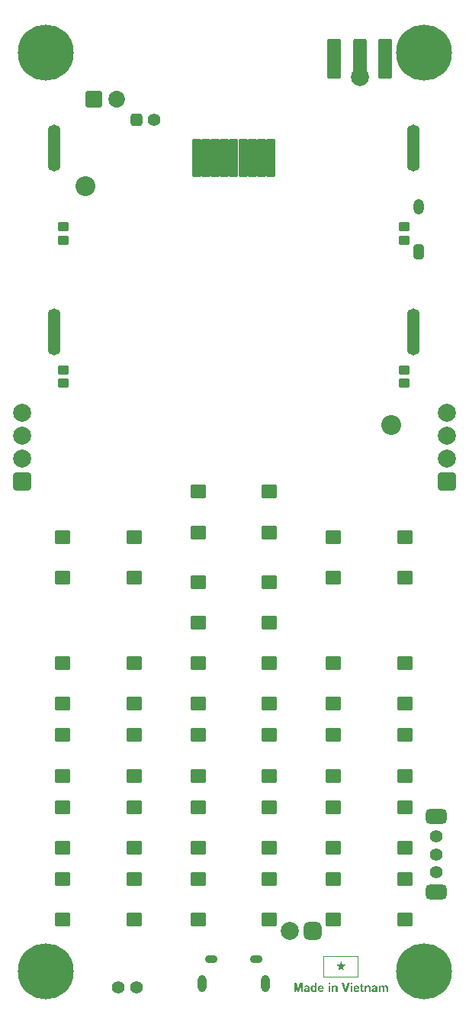
<source format=gbr>
G04*
G04 #@! TF.GenerationSoftware,Altium Limited,Altium Designer,23.0.1 (38)*
G04*
G04 Layer_Color=8388736*
%FSLAX25Y25*%
%MOIN*%
G70*
G04*
G04 #@! TF.SameCoordinates,5AACE2FC-F550-4568-A226-762E45A29E99*
G04*
G04*
G04 #@! TF.FilePolarity,Negative*
G04*
G01*
G75*
G04:AMPARAMS|DCode=22|XSize=69.02mil|YSize=59.18mil|CornerRadius=9.12mil|HoleSize=0mil|Usage=FLASHONLY|Rotation=0.000|XOffset=0mil|YOffset=0mil|HoleType=Round|Shape=RoundedRectangle|*
%AMROUNDEDRECTD22*
21,1,0.06902,0.04095,0,0,0.0*
21,1,0.05079,0.05918,0,0,0.0*
1,1,0.01824,0.02539,-0.02047*
1,1,0.01824,-0.02539,-0.02047*
1,1,0.01824,-0.02539,0.02047*
1,1,0.01824,0.02539,0.02047*
%
%ADD22ROUNDEDRECTD22*%
G04:AMPARAMS|DCode=23|XSize=49.34mil|YSize=39.5mil|CornerRadius=7.15mil|HoleSize=0mil|Usage=FLASHONLY|Rotation=0.000|XOffset=0mil|YOffset=0mil|HoleType=Round|Shape=RoundedRectangle|*
%AMROUNDEDRECTD23*
21,1,0.04934,0.02520,0,0,0.0*
21,1,0.03504,0.03950,0,0,0.0*
1,1,0.01430,0.01752,-0.01260*
1,1,0.01430,-0.01752,-0.01260*
1,1,0.01430,-0.01752,0.01260*
1,1,0.01430,0.01752,0.01260*
%
%ADD23ROUNDEDRECTD23*%
G04:AMPARAMS|DCode=24|XSize=165.48mil|YSize=39.5mil|CornerRadius=7.15mil|HoleSize=0mil|Usage=FLASHONLY|Rotation=90.000|XOffset=0mil|YOffset=0mil|HoleType=Round|Shape=RoundedRectangle|*
%AMROUNDEDRECTD24*
21,1,0.16548,0.02520,0,0,90.0*
21,1,0.15118,0.03950,0,0,90.0*
1,1,0.01430,0.01260,0.07559*
1,1,0.01430,0.01260,-0.07559*
1,1,0.01430,-0.01260,-0.07559*
1,1,0.01430,-0.01260,0.07559*
%
%ADD24ROUNDEDRECTD24*%
G04:AMPARAMS|DCode=25|XSize=61.15mil|YSize=173.35mil|CornerRadius=9.32mil|HoleSize=0mil|Usage=FLASHONLY|Rotation=180.000|XOffset=0mil|YOffset=0mil|HoleType=Round|Shape=RoundedRectangle|*
%AMROUNDEDRECTD25*
21,1,0.06115,0.15472,0,0,180.0*
21,1,0.04252,0.17335,0,0,180.0*
1,1,0.01863,-0.02126,0.07736*
1,1,0.01863,0.02126,0.07736*
1,1,0.01863,0.02126,-0.07736*
1,1,0.01863,-0.02126,-0.07736*
%
%ADD25ROUNDEDRECTD25*%
G04:AMPARAMS|DCode=26|XSize=58mil|YSize=149.73mil|CornerRadius=9mil|HoleSize=0mil|Usage=FLASHONLY|Rotation=180.000|XOffset=0mil|YOffset=0mil|HoleType=Round|Shape=RoundedRectangle|*
%AMROUNDEDRECTD26*
21,1,0.05800,0.13173,0,0,180.0*
21,1,0.04000,0.14973,0,0,180.0*
1,1,0.01800,-0.02000,0.06587*
1,1,0.01800,0.02000,0.06587*
1,1,0.01800,0.02000,-0.06587*
1,1,0.01800,-0.02000,-0.06587*
%
%ADD26ROUNDEDRECTD26*%
G04:AMPARAMS|DCode=27|XSize=94.61mil|YSize=67.06mil|CornerRadius=21.72mil|HoleSize=0mil|Usage=FLASHONLY|Rotation=0.000|XOffset=0mil|YOffset=0mil|HoleType=Round|Shape=RoundedRectangle|*
%AMROUNDEDRECTD27*
21,1,0.09461,0.02362,0,0,0.0*
21,1,0.05118,0.06706,0,0,0.0*
1,1,0.04343,0.02559,-0.01181*
1,1,0.04343,-0.02559,-0.01181*
1,1,0.04343,-0.02559,0.01181*
1,1,0.04343,0.02559,0.01181*
%
%ADD27ROUNDEDRECTD27*%
%ADD28C,0.05524*%
G04:AMPARAMS|DCode=29|XSize=67.06mil|YSize=47.37mil|CornerRadius=13.84mil|HoleSize=0mil|Usage=FLASHONLY|Rotation=90.000|XOffset=0mil|YOffset=0mil|HoleType=Round|Shape=RoundedRectangle|*
%AMROUNDEDRECTD29*
21,1,0.06706,0.01968,0,0,90.0*
21,1,0.03937,0.04737,0,0,90.0*
1,1,0.02769,0.00984,0.01968*
1,1,0.02769,0.00984,-0.01968*
1,1,0.02769,-0.00984,-0.01968*
1,1,0.02769,-0.00984,0.01968*
%
%ADD29ROUNDEDRECTD29*%
%ADD30O,0.04737X0.06706*%
%ADD31O,0.03740X0.07480*%
%ADD32O,0.05524X0.03556*%
%ADD33C,0.08674*%
%ADD34O,0.05524X0.20485*%
G04:AMPARAMS|DCode=35|XSize=55.24mil|YSize=55.24mil|CornerRadius=15.81mil|HoleSize=0mil|Usage=FLASHONLY|Rotation=270.000|XOffset=0mil|YOffset=0mil|HoleType=Round|Shape=RoundedRectangle|*
%AMROUNDEDRECTD35*
21,1,0.05524,0.02362,0,0,270.0*
21,1,0.02362,0.05524,0,0,270.0*
1,1,0.03162,-0.01181,-0.01181*
1,1,0.03162,-0.01181,0.01181*
1,1,0.03162,0.01181,0.01181*
1,1,0.03162,0.01181,-0.01181*
%
%ADD35ROUNDEDRECTD35*%
%ADD36C,0.07887*%
G04:AMPARAMS|DCode=37|XSize=78.87mil|YSize=78.87mil|CornerRadius=11.09mil|HoleSize=0mil|Usage=FLASHONLY|Rotation=90.000|XOffset=0mil|YOffset=0mil|HoleType=Round|Shape=RoundedRectangle|*
%AMROUNDEDRECTD37*
21,1,0.07887,0.05669,0,0,90.0*
21,1,0.05669,0.07887,0,0,90.0*
1,1,0.02217,0.02835,0.02835*
1,1,0.02217,0.02835,-0.02835*
1,1,0.02217,-0.02835,-0.02835*
1,1,0.02217,-0.02835,0.02835*
%
%ADD37ROUNDEDRECTD37*%
%ADD38C,0.07300*%
G04:AMPARAMS|DCode=39|XSize=73mil|YSize=73mil|CornerRadius=10.5mil|HoleSize=0mil|Usage=FLASHONLY|Rotation=0.000|XOffset=0mil|YOffset=0mil|HoleType=Round|Shape=RoundedRectangle|*
%AMROUNDEDRECTD39*
21,1,0.07300,0.05200,0,0,0.0*
21,1,0.05200,0.07300,0,0,0.0*
1,1,0.02100,0.02600,-0.02600*
1,1,0.02100,-0.02600,-0.02600*
1,1,0.02100,-0.02600,0.02600*
1,1,0.02100,0.02600,0.02600*
%
%ADD39ROUNDEDRECTD39*%
G04:AMPARAMS|DCode=40|XSize=78.87mil|YSize=78.87mil|CornerRadius=21.72mil|HoleSize=0mil|Usage=FLASHONLY|Rotation=0.000|XOffset=0mil|YOffset=0mil|HoleType=Round|Shape=RoundedRectangle|*
%AMROUNDEDRECTD40*
21,1,0.07887,0.03543,0,0,0.0*
21,1,0.03543,0.07887,0,0,0.0*
1,1,0.04343,0.01772,-0.01772*
1,1,0.04343,-0.01772,-0.01772*
1,1,0.04343,-0.01772,0.01772*
1,1,0.04343,0.01772,0.01772*
%
%ADD40ROUNDEDRECTD40*%
%ADD41C,0.24422*%
G36*
X486059Y378452D02*
X486077Y378433D01*
X486065Y378307D01*
Y373673D01*
Y373660D01*
X486071Y369371D01*
X486065Y369327D01*
X486077Y369290D01*
X486065Y369265D01*
X486046Y369246D01*
X485732Y369233D01*
X484740Y369246D01*
X470943Y369239D01*
X470912Y369246D01*
X470887Y369233D01*
X470849Y369246D01*
X470824Y369258D01*
X470818Y369327D01*
X470830Y369353D01*
X470818Y369390D01*
X470830Y378446D01*
X470887Y378464D01*
X486059Y378452D01*
D02*
G37*
G36*
X483318Y365967D02*
X482592D01*
Y366638D01*
X483318D01*
Y365967D01*
D02*
G37*
G36*
X473632D02*
X472906D01*
Y366638D01*
X473632D01*
Y365967D01*
D02*
G37*
G36*
X467790Y362860D02*
X467118D01*
Y363259D01*
X467113Y363248D01*
X467091Y363220D01*
X467053Y363177D01*
X467004Y363127D01*
X466949Y363073D01*
X466878Y363013D01*
X466802Y362958D01*
X466720Y362909D01*
X466709Y362904D01*
X466681Y362893D01*
X466632Y362876D01*
X466578Y362855D01*
X466507Y362833D01*
X466425Y362816D01*
X466343Y362805D01*
X466256Y362800D01*
X466212D01*
X466179Y362805D01*
X466136Y362811D01*
X466092Y362822D01*
X466037Y362833D01*
X465977Y362849D01*
X465917Y362865D01*
X465852Y362893D01*
X465786Y362920D01*
X465715Y362958D01*
X465650Y363002D01*
X465579Y363051D01*
X465513Y363111D01*
X465448Y363177D01*
X465442Y363182D01*
X465431Y363193D01*
X465415Y363215D01*
X465398Y363248D01*
X465371Y363286D01*
X465344Y363335D01*
X465311Y363390D01*
X465284Y363455D01*
X465251Y363526D01*
X465218Y363602D01*
X465191Y363690D01*
X465169Y363783D01*
X465147Y363886D01*
X465131Y363996D01*
X465120Y364110D01*
X465114Y364236D01*
Y364241D01*
Y364269D01*
Y364301D01*
X465120Y364351D01*
X465125Y364411D01*
X465131Y364476D01*
X465142Y364553D01*
X465153Y364629D01*
X465191Y364804D01*
X465218Y364891D01*
X465251Y364978D01*
X465289Y365066D01*
X465333Y365148D01*
X465382Y365224D01*
X465437Y365295D01*
X465442Y365301D01*
X465453Y365312D01*
X465469Y365328D01*
X465497Y365355D01*
X465529Y365383D01*
X465568Y365410D01*
X465611Y365442D01*
X465666Y365481D01*
X465721Y365513D01*
X465786Y365546D01*
X465923Y365606D01*
X466005Y365628D01*
X466086Y365645D01*
X466174Y365655D01*
X466267Y365661D01*
X466310D01*
X466343Y365655D01*
X466381Y365650D01*
X466430Y365639D01*
X466479Y365628D01*
X466539Y365612D01*
X466600Y365595D01*
X466665Y365568D01*
X466731Y365535D01*
X466796Y365503D01*
X466867Y365454D01*
X466933Y365404D01*
X466998Y365344D01*
X467064Y365279D01*
Y366638D01*
X467790D01*
Y362860D01*
D02*
G37*
G36*
X498104Y365655D02*
X498175Y365645D01*
X498257Y365628D01*
X498339Y365606D01*
X498426Y365579D01*
X498508Y365535D01*
X498519Y365530D01*
X498541Y365513D01*
X498579Y365486D01*
X498628Y365448D01*
X498677Y365393D01*
X498732Y365333D01*
X498781Y365262D01*
X498825Y365175D01*
X498830Y365170D01*
X498836Y365142D01*
X498846Y365099D01*
X498863Y365038D01*
X498879Y364962D01*
X498890Y364864D01*
X498896Y364744D01*
X498901Y364607D01*
Y362860D01*
X498175D01*
Y364422D01*
Y364427D01*
Y364438D01*
Y364460D01*
Y364487D01*
X498169Y364558D01*
X498164Y364640D01*
X498158Y364727D01*
X498142Y364815D01*
X498126Y364891D01*
X498109Y364918D01*
X498098Y364946D01*
X498093Y364951D01*
X498076Y364973D01*
X498055Y364995D01*
X498022Y365028D01*
X497978Y365055D01*
X497924Y365082D01*
X497858Y365099D01*
X497787Y365104D01*
X497760D01*
X497732Y365099D01*
X497694Y365093D01*
X497651Y365082D01*
X497602Y365066D01*
X497547Y365044D01*
X497498Y365011D01*
X497492Y365006D01*
X497476Y364995D01*
X497454Y364973D01*
X497427Y364940D01*
X497394Y364902D01*
X497361Y364858D01*
X497334Y364804D01*
X497307Y364738D01*
Y364727D01*
X497296Y364705D01*
X497290Y364662D01*
X497279Y364602D01*
X497268Y364520D01*
X497263Y364422D01*
X497252Y364307D01*
Y364170D01*
Y362860D01*
X496526D01*
Y364356D01*
Y364362D01*
Y364372D01*
Y364394D01*
Y364422D01*
Y364487D01*
X496520Y364569D01*
X496515Y364656D01*
X496510Y364738D01*
X496499Y364815D01*
X496488Y364847D01*
X496482Y364869D01*
Y364875D01*
X496477Y364891D01*
X496466Y364913D01*
X496455Y364935D01*
X496417Y364995D01*
X496389Y365022D01*
X496362Y365044D01*
X496357Y365049D01*
X496346Y365055D01*
X496329Y365066D01*
X496308Y365077D01*
X496275Y365088D01*
X496237Y365093D01*
X496193Y365104D01*
X496116D01*
X496084Y365099D01*
X496045Y365093D01*
X495996Y365082D01*
X495947Y365066D01*
X495898Y365044D01*
X495843Y365011D01*
X495838Y365006D01*
X495822Y364995D01*
X495800Y364973D01*
X495772Y364946D01*
X495740Y364908D01*
X495707Y364864D01*
X495680Y364809D01*
X495652Y364749D01*
Y364744D01*
X495641Y364716D01*
X495636Y364673D01*
X495625Y364618D01*
X495614Y364536D01*
X495609Y364443D01*
X495598Y364323D01*
Y364187D01*
Y362860D01*
X494872D01*
Y365601D01*
X495538D01*
Y365224D01*
X495543Y365230D01*
X495554Y365241D01*
X495576Y365262D01*
X495603Y365295D01*
X495636Y365328D01*
X495674Y365361D01*
X495723Y365404D01*
X495778Y365442D01*
X495838Y365481D01*
X495903Y365524D01*
X496045Y365595D01*
X496127Y365623D01*
X496209Y365645D01*
X496297Y365655D01*
X496389Y365661D01*
X496433D01*
X496482Y365655D01*
X496542Y365650D01*
X496613Y365634D01*
X496690Y365617D01*
X496766Y365590D01*
X496843Y365552D01*
X496853Y365546D01*
X496875Y365530D01*
X496913Y365508D01*
X496957Y365470D01*
X497006Y365421D01*
X497061Y365366D01*
X497116Y365295D01*
X497165Y365219D01*
X497176Y365230D01*
X497197Y365257D01*
X497230Y365295D01*
X497279Y365344D01*
X497339Y365399D01*
X497405Y365454D01*
X497476Y365508D01*
X497552Y365552D01*
X497563Y365557D01*
X497591Y365568D01*
X497634Y365584D01*
X497689Y365606D01*
X497754Y365628D01*
X497831Y365645D01*
X497913Y365655D01*
X498000Y365661D01*
X498049D01*
X498104Y365655D01*
D02*
G37*
G36*
X490411D02*
X490471Y365650D01*
X490536Y365639D01*
X490607Y365623D01*
X490684Y365601D01*
X490760Y365574D01*
X490771Y365568D01*
X490793Y365557D01*
X490831Y365541D01*
X490875Y365513D01*
X490924Y365481D01*
X490973Y365442D01*
X491022Y365399D01*
X491066Y365350D01*
X491071Y365344D01*
X491082Y365328D01*
X491099Y365301D01*
X491120Y365262D01*
X491148Y365219D01*
X491170Y365164D01*
X491191Y365109D01*
X491208Y365044D01*
Y365038D01*
X491213Y365011D01*
X491224Y364973D01*
X491230Y364918D01*
X491241Y364853D01*
X491246Y364766D01*
X491252Y364673D01*
Y364558D01*
Y362860D01*
X490525D01*
Y364252D01*
Y364258D01*
Y364274D01*
Y364296D01*
Y364323D01*
Y364362D01*
Y364400D01*
X490520Y364493D01*
X490514Y364585D01*
X490504Y364684D01*
X490493Y364766D01*
X490487Y364798D01*
X490476Y364826D01*
Y364831D01*
X490465Y364847D01*
X490454Y364869D01*
X490438Y364902D01*
X490389Y364967D01*
X490361Y365000D01*
X490323Y365028D01*
X490318Y365033D01*
X490307Y365038D01*
X490285Y365049D01*
X490252Y365066D01*
X490214Y365082D01*
X490176Y365093D01*
X490127Y365099D01*
X490072Y365104D01*
X490039D01*
X490007Y365099D01*
X489963Y365093D01*
X489908Y365077D01*
X489854Y365060D01*
X489794Y365033D01*
X489734Y365000D01*
X489728Y364995D01*
X489712Y364984D01*
X489684Y364957D01*
X489652Y364929D01*
X489619Y364886D01*
X489586Y364842D01*
X489553Y364782D01*
X489532Y364722D01*
Y364716D01*
X489521Y364689D01*
X489515Y364645D01*
X489504Y364580D01*
X489499Y364542D01*
X489493Y364493D01*
X489488Y364443D01*
Y364383D01*
X489482Y364323D01*
X489477Y364252D01*
Y364176D01*
Y364094D01*
Y362860D01*
X488751D01*
Y365601D01*
X489422D01*
Y365197D01*
X489428Y365202D01*
X489439Y365219D01*
X489461Y365241D01*
X489488Y365268D01*
X489521Y365306D01*
X489564Y365344D01*
X489613Y365388D01*
X489668Y365432D01*
X489728Y365470D01*
X489799Y365513D01*
X489870Y365552D01*
X489952Y365590D01*
X490039Y365617D01*
X490127Y365639D01*
X490225Y365655D01*
X490323Y365661D01*
X490361D01*
X490411Y365655D01*
D02*
G37*
G36*
X476029Y365655D02*
X476089Y365650D01*
X476155Y365639D01*
X476226Y365623D01*
X476302Y365601D01*
X476378Y365574D01*
X476389Y365568D01*
X476411Y365557D01*
X476449Y365541D01*
X476493Y365513D01*
X476542Y365481D01*
X476591Y365442D01*
X476641Y365399D01*
X476684Y365350D01*
X476690Y365344D01*
X476701Y365328D01*
X476717Y365301D01*
X476739Y365262D01*
X476766Y365219D01*
X476788Y365164D01*
X476810Y365109D01*
X476826Y365044D01*
Y365038D01*
X476832Y365011D01*
X476843Y364973D01*
X476848Y364918D01*
X476859Y364853D01*
X476864Y364766D01*
X476870Y364673D01*
Y364558D01*
Y362860D01*
X476144D01*
Y364252D01*
Y364258D01*
Y364274D01*
Y364296D01*
Y364323D01*
Y364362D01*
Y364400D01*
X476138Y364493D01*
X476133Y364585D01*
X476122Y364684D01*
X476111Y364766D01*
X476105Y364798D01*
X476094Y364826D01*
Y364831D01*
X476084Y364847D01*
X476073Y364869D01*
X476056Y364902D01*
X476007Y364967D01*
X475980Y365000D01*
X475942Y365028D01*
X475936Y365033D01*
X475925Y365038D01*
X475903Y365049D01*
X475871Y365066D01*
X475833Y365082D01*
X475794Y365093D01*
X475745Y365099D01*
X475691Y365104D01*
X475658D01*
X475625Y365099D01*
X475581Y365093D01*
X475527Y365077D01*
X475472Y365060D01*
X475412Y365033D01*
X475352Y365000D01*
X475347Y364995D01*
X475330Y364984D01*
X475303Y364957D01*
X475270Y364929D01*
X475237Y364886D01*
X475205Y364842D01*
X475172Y364782D01*
X475150Y364722D01*
Y364716D01*
X475139Y364689D01*
X475134Y364645D01*
X475123Y364580D01*
X475117Y364542D01*
X475112Y364493D01*
X475106Y364443D01*
Y364383D01*
X475101Y364323D01*
X475095Y364252D01*
Y364176D01*
Y364094D01*
Y362860D01*
X474369D01*
Y365601D01*
X475041D01*
Y365197D01*
X475046Y365202D01*
X475057Y365219D01*
X475079Y365241D01*
X475106Y365268D01*
X475139Y365306D01*
X475183Y365344D01*
X475232Y365388D01*
X475286Y365432D01*
X475347Y365470D01*
X475418Y365513D01*
X475489Y365552D01*
X475570Y365590D01*
X475658Y365617D01*
X475745Y365639D01*
X475843Y365655D01*
X475942Y365661D01*
X475980D01*
X476029Y365655D01*
D02*
G37*
G36*
X461571Y362860D02*
X460867D01*
X460861Y365830D01*
X460119Y362860D01*
X459381D01*
X458639Y365830D01*
Y362860D01*
X457935D01*
Y366638D01*
X459076D01*
X459753Y364056D01*
X460424Y366638D01*
X461571D01*
Y362860D01*
D02*
G37*
G36*
X480872D02*
X480048D01*
X478693Y366638D01*
X479518D01*
X480479Y363843D01*
X481402Y366638D01*
X482215D01*
X480872Y362860D01*
D02*
G37*
G36*
X493173Y365655D02*
X493217D01*
X493326Y365645D01*
X493441Y365634D01*
X493561Y365612D01*
X493676Y365579D01*
X493725Y365563D01*
X493774Y365541D01*
X493780D01*
X493785Y365535D01*
X493812Y365519D01*
X493856Y365497D01*
X493905Y365464D01*
X493965Y365421D01*
X494020Y365372D01*
X494069Y365312D01*
X494113Y365251D01*
X494118Y365241D01*
X494129Y365219D01*
X494145Y365170D01*
X494151Y365142D01*
X494162Y365104D01*
X494173Y365066D01*
X494178Y365017D01*
X494189Y364962D01*
X494194Y364902D01*
X494200Y364837D01*
X494205Y364766D01*
X494211Y364689D01*
Y364602D01*
X494200Y363755D01*
Y363750D01*
Y363739D01*
Y363723D01*
Y363695D01*
Y363630D01*
X494205Y363553D01*
Y363466D01*
X494216Y363379D01*
X494222Y363291D01*
X494233Y363220D01*
Y363215D01*
X494238Y363193D01*
X494249Y363155D01*
X494260Y363111D01*
X494282Y363056D01*
X494304Y362997D01*
X494331Y362931D01*
X494364Y362860D01*
X493648D01*
Y362865D01*
X493643Y362871D01*
X493638Y362893D01*
X493627Y362915D01*
X493616Y362942D01*
X493605Y362980D01*
X493594Y363024D01*
X493577Y363073D01*
Y363078D01*
X493572Y363084D01*
X493567Y363106D01*
X493556Y363133D01*
X493550Y363155D01*
X493539Y363149D01*
X493517Y363127D01*
X493479Y363095D01*
X493430Y363056D01*
X493370Y363013D01*
X493304Y362964D01*
X493228Y362926D01*
X493152Y362887D01*
X493141Y362882D01*
X493113Y362876D01*
X493070Y362860D01*
X493015Y362844D01*
X492950Y362827D01*
X492873Y362816D01*
X492786Y362805D01*
X492698Y362800D01*
X492660D01*
X492627Y362805D01*
X492595D01*
X492551Y362811D01*
X492458Y362827D01*
X492349Y362855D01*
X492240Y362893D01*
X492131Y362947D01*
X492032Y363024D01*
Y363029D01*
X492021Y363035D01*
X491994Y363067D01*
X491956Y363117D01*
X491912Y363182D01*
X491868Y363264D01*
X491830Y363362D01*
X491803Y363477D01*
X491797Y363537D01*
X491792Y363602D01*
Y363613D01*
Y363641D01*
X491797Y363684D01*
X491808Y363739D01*
X491819Y363805D01*
X491836Y363870D01*
X491863Y363941D01*
X491901Y364012D01*
X491907Y364023D01*
X491923Y364045D01*
X491945Y364077D01*
X491983Y364116D01*
X492021Y364159D01*
X492076Y364209D01*
X492136Y364252D01*
X492207Y364290D01*
X492218Y364296D01*
X492245Y364307D01*
X492289Y364323D01*
X492354Y364351D01*
X492436Y364378D01*
X492535Y364405D01*
X492655Y364432D01*
X492786Y364460D01*
X492791D01*
X492808Y364465D01*
X492835Y364471D01*
X492868Y364476D01*
X492911Y364482D01*
X492961Y364493D01*
X493070Y364520D01*
X493184Y364547D01*
X493304Y364574D01*
X493408Y364607D01*
X493457Y364623D01*
X493496Y364640D01*
Y364711D01*
Y364722D01*
Y364744D01*
X493490Y364782D01*
X493485Y364831D01*
X493468Y364880D01*
X493452Y364929D01*
X493425Y364973D01*
X493386Y365011D01*
X493381Y365017D01*
X493364Y365028D01*
X493337Y365038D01*
X493299Y365060D01*
X493244Y365077D01*
X493179Y365088D01*
X493097Y365099D01*
X492999Y365104D01*
X492966D01*
X492933Y365099D01*
X492889Y365093D01*
X492840Y365082D01*
X492786Y365071D01*
X492737Y365049D01*
X492693Y365022D01*
X492688Y365017D01*
X492677Y365006D01*
X492655Y364989D01*
X492633Y364962D01*
X492600Y364924D01*
X492573Y364875D01*
X492546Y364820D01*
X492518Y364755D01*
X491868Y364875D01*
Y364880D01*
X491874Y364891D01*
X491879Y364913D01*
X491890Y364940D01*
X491901Y364973D01*
X491918Y365011D01*
X491956Y365099D01*
X492010Y365191D01*
X492076Y365290D01*
X492152Y365383D01*
X492245Y365464D01*
X492251D01*
X492256Y365475D01*
X492273Y365481D01*
X492294Y365497D01*
X492327Y365508D01*
X492360Y365524D01*
X492404Y365546D01*
X492447Y365563D01*
X492502Y365579D01*
X492562Y365601D01*
X492627Y365617D01*
X492704Y365628D01*
X492780Y365645D01*
X492868Y365650D01*
X492955Y365661D01*
X493135D01*
X493173Y365655D01*
D02*
G37*
G36*
X483318Y362860D02*
X482592D01*
Y365601D01*
X483318D01*
Y362860D01*
D02*
G37*
G36*
X473632D02*
X472906D01*
Y365601D01*
X473632D01*
Y362860D01*
D02*
G37*
G36*
X463526Y365655D02*
X463569D01*
X463679Y365645D01*
X463793Y365634D01*
X463913Y365612D01*
X464028Y365579D01*
X464077Y365563D01*
X464126Y365541D01*
X464132D01*
X464137Y365535D01*
X464164Y365519D01*
X464208Y365497D01*
X464257Y365464D01*
X464317Y365421D01*
X464372Y365371D01*
X464421Y365312D01*
X464465Y365251D01*
X464470Y365241D01*
X464481Y365219D01*
X464498Y365170D01*
X464503Y365142D01*
X464514Y365104D01*
X464525Y365066D01*
X464530Y365017D01*
X464541Y364962D01*
X464547Y364902D01*
X464552Y364837D01*
X464558Y364766D01*
X464563Y364689D01*
Y364602D01*
X464552Y363755D01*
Y363750D01*
Y363739D01*
Y363723D01*
Y363695D01*
Y363630D01*
X464558Y363553D01*
Y363466D01*
X464569Y363379D01*
X464574Y363291D01*
X464585Y363220D01*
Y363215D01*
X464590Y363193D01*
X464601Y363155D01*
X464612Y363111D01*
X464634Y363056D01*
X464656Y362997D01*
X464683Y362931D01*
X464716Y362860D01*
X464001D01*
Y362865D01*
X463995Y362871D01*
X463990Y362893D01*
X463979Y362915D01*
X463968Y362942D01*
X463957Y362980D01*
X463946Y363024D01*
X463930Y363073D01*
Y363078D01*
X463924Y363084D01*
X463919Y363106D01*
X463908Y363133D01*
X463902Y363155D01*
X463891Y363149D01*
X463870Y363127D01*
X463831Y363095D01*
X463782Y363056D01*
X463722Y363013D01*
X463657Y362964D01*
X463580Y362926D01*
X463504Y362887D01*
X463493Y362882D01*
X463466Y362876D01*
X463422Y362860D01*
X463367Y362844D01*
X463302Y362827D01*
X463225Y362816D01*
X463138Y362805D01*
X463051Y362800D01*
X463012D01*
X462980Y362805D01*
X462947D01*
X462903Y362811D01*
X462810Y362827D01*
X462701Y362855D01*
X462592Y362893D01*
X462483Y362947D01*
X462385Y363024D01*
Y363029D01*
X462374Y363035D01*
X462346Y363067D01*
X462308Y363117D01*
X462264Y363182D01*
X462221Y363264D01*
X462183Y363362D01*
X462155Y363477D01*
X462150Y363537D01*
X462144Y363602D01*
Y363613D01*
Y363641D01*
X462150Y363684D01*
X462161Y363739D01*
X462172Y363805D01*
X462188Y363870D01*
X462215Y363941D01*
X462253Y364012D01*
X462259Y364023D01*
X462275Y364045D01*
X462297Y364077D01*
X462335Y364116D01*
X462374Y364159D01*
X462428Y364209D01*
X462488Y364252D01*
X462559Y364290D01*
X462570Y364296D01*
X462597Y364307D01*
X462641Y364323D01*
X462707Y364351D01*
X462788Y364378D01*
X462887Y364405D01*
X463007Y364432D01*
X463138Y364460D01*
X463143D01*
X463160Y364465D01*
X463187Y364471D01*
X463220Y364476D01*
X463264Y364482D01*
X463313Y364493D01*
X463422Y364520D01*
X463537Y364547D01*
X463657Y364574D01*
X463760Y364607D01*
X463810Y364623D01*
X463848Y364640D01*
Y364711D01*
Y364722D01*
Y364744D01*
X463842Y364782D01*
X463837Y364831D01*
X463821Y364880D01*
X463804Y364929D01*
X463777Y364973D01*
X463739Y365011D01*
X463733Y365017D01*
X463717Y365028D01*
X463689Y365038D01*
X463651Y365060D01*
X463597Y365077D01*
X463531Y365088D01*
X463449Y365099D01*
X463351Y365104D01*
X463318D01*
X463285Y365099D01*
X463242Y365093D01*
X463193Y365082D01*
X463138Y365071D01*
X463089Y365049D01*
X463045Y365022D01*
X463040Y365017D01*
X463029Y365006D01*
X463007Y364989D01*
X462985Y364962D01*
X462952Y364924D01*
X462925Y364875D01*
X462898Y364820D01*
X462870Y364755D01*
X462221Y364875D01*
Y364880D01*
X462226Y364891D01*
X462232Y364913D01*
X462243Y364940D01*
X462253Y364973D01*
X462270Y365011D01*
X462308Y365099D01*
X462363Y365191D01*
X462428Y365290D01*
X462505Y365383D01*
X462597Y365464D01*
X462603D01*
X462608Y365475D01*
X462625Y365481D01*
X462647Y365497D01*
X462679Y365508D01*
X462712Y365524D01*
X462756Y365546D01*
X462799Y365563D01*
X462854Y365579D01*
X462914Y365601D01*
X462980Y365617D01*
X463056Y365628D01*
X463132Y365645D01*
X463220Y365650D01*
X463307Y365661D01*
X463487D01*
X463526Y365655D01*
D02*
G37*
G36*
X487763Y365601D02*
X488259D01*
Y365022D01*
X487763D01*
Y363914D01*
Y363908D01*
Y363897D01*
Y363881D01*
Y363859D01*
Y363805D01*
Y363739D01*
X487768Y363673D01*
Y363608D01*
Y363559D01*
X487774Y363537D01*
Y363526D01*
X487779Y363515D01*
X487790Y363493D01*
X487806Y363466D01*
X487839Y363433D01*
X487850Y363428D01*
X487872Y363417D01*
X487910Y363406D01*
X487959Y363401D01*
X487981D01*
X488003Y363406D01*
X488036Y363411D01*
X488079Y363417D01*
X488128Y363428D01*
X488189Y363444D01*
X488254Y363466D01*
X488319Y362904D01*
X488314D01*
X488309Y362898D01*
X488276Y362887D01*
X488221Y362871D01*
X488150Y362855D01*
X488068Y362833D01*
X487970Y362816D01*
X487861Y362805D01*
X487746Y362800D01*
X487713D01*
X487675Y362805D01*
X487626Y362811D01*
X487571Y362816D01*
X487511Y362827D01*
X487451Y362844D01*
X487391Y362865D01*
X487386Y362871D01*
X487364Y362876D01*
X487337Y362893D01*
X487304Y362909D01*
X487227Y362964D01*
X487189Y362997D01*
X487156Y363035D01*
X487151Y363040D01*
X487146Y363056D01*
X487135Y363078D01*
X487118Y363111D01*
X487102Y363149D01*
X487085Y363198D01*
X487069Y363253D01*
X487058Y363313D01*
Y363319D01*
X487053Y363340D01*
Y363373D01*
X487047Y363428D01*
X487042Y363499D01*
Y363586D01*
X487036Y363635D01*
Y363695D01*
Y363755D01*
Y363826D01*
Y365022D01*
X486703D01*
Y365601D01*
X487036D01*
Y366147D01*
X487763Y366573D01*
Y365601D01*
D02*
G37*
G36*
X485207Y365655D02*
X485256Y365650D01*
X485317Y365639D01*
X485382Y365628D01*
X485453Y365612D01*
X485529Y365590D01*
X485606Y365563D01*
X485688Y365530D01*
X485770Y365486D01*
X485846Y365442D01*
X485922Y365388D01*
X485999Y365322D01*
X486064Y365251D01*
X486070Y365246D01*
X486081Y365235D01*
X486097Y365208D01*
X486119Y365175D01*
X486146Y365131D01*
X486174Y365082D01*
X486206Y365017D01*
X486239Y364946D01*
X486272Y364864D01*
X486305Y364771D01*
X486332Y364673D01*
X486359Y364558D01*
X486381Y364438D01*
X486398Y364307D01*
X486409Y364170D01*
Y364018D01*
X484596D01*
Y364012D01*
Y364001D01*
Y363985D01*
X484601Y363963D01*
X484607Y363908D01*
X484618Y363832D01*
X484640Y363755D01*
X484672Y363668D01*
X484710Y363586D01*
X484765Y363515D01*
X484770Y363510D01*
X484798Y363488D01*
X484831Y363461D01*
X484880Y363428D01*
X484940Y363395D01*
X485016Y363368D01*
X485098Y363346D01*
X485185Y363340D01*
X485213D01*
X485246Y363346D01*
X485284Y363351D01*
X485327Y363362D01*
X485377Y363379D01*
X485426Y363401D01*
X485469Y363433D01*
X485475Y363439D01*
X485491Y363450D01*
X485513Y363472D01*
X485535Y363504D01*
X485568Y363548D01*
X485595Y363597D01*
X485622Y363663D01*
X485649Y363734D01*
X486370Y363613D01*
Y363608D01*
X486365Y363597D01*
X486354Y363575D01*
X486343Y363548D01*
X486327Y363515D01*
X486310Y363477D01*
X486261Y363390D01*
X486201Y363291D01*
X486125Y363188D01*
X486032Y363095D01*
X485928Y363007D01*
X485922D01*
X485917Y362997D01*
X485895Y362991D01*
X485873Y362975D01*
X485846Y362958D01*
X485808Y362942D01*
X485770Y362926D01*
X485720Y362904D01*
X485611Y362865D01*
X485486Y362833D01*
X485338Y362811D01*
X485180Y362800D01*
X485147D01*
X485114Y362805D01*
X485065D01*
X485005Y362816D01*
X484934Y362827D01*
X484858Y362838D01*
X484781Y362860D01*
X484694Y362882D01*
X484607Y362915D01*
X484519Y362953D01*
X484432Y362997D01*
X484345Y363051D01*
X484263Y363111D01*
X484192Y363182D01*
X484121Y363264D01*
X484115Y363269D01*
X484110Y363280D01*
X484099Y363302D01*
X484077Y363330D01*
X484061Y363368D01*
X484039Y363411D01*
X484012Y363461D01*
X483990Y363521D01*
X483962Y363586D01*
X483941Y363657D01*
X483913Y363734D01*
X483897Y363821D01*
X483881Y363908D01*
X483864Y364001D01*
X483859Y364105D01*
X483853Y364209D01*
Y364214D01*
Y364236D01*
Y364274D01*
X483859Y364323D01*
X483864Y364378D01*
X483870Y364443D01*
X483881Y364514D01*
X483897Y364596D01*
X483941Y364766D01*
X483968Y364853D01*
X484001Y364946D01*
X484044Y365033D01*
X484094Y365115D01*
X484148Y365197D01*
X484208Y365273D01*
X484214Y365279D01*
X484225Y365290D01*
X484246Y365312D01*
X484274Y365333D01*
X484306Y365361D01*
X484350Y365393D01*
X484399Y365432D01*
X484454Y365470D01*
X484514Y365503D01*
X484585Y365541D01*
X484656Y365574D01*
X484738Y365601D01*
X484820Y365623D01*
X484912Y365645D01*
X485005Y365655D01*
X485104Y365661D01*
X485164D01*
X485207Y365655D01*
D02*
G37*
G36*
X469646D02*
X469695Y365650D01*
X469756Y365639D01*
X469821Y365628D01*
X469892Y365612D01*
X469968Y365590D01*
X470045Y365563D01*
X470127Y365530D01*
X470209Y365486D01*
X470285Y365442D01*
X470362Y365388D01*
X470438Y365322D01*
X470504Y365251D01*
X470509Y365246D01*
X470520Y365235D01*
X470536Y365208D01*
X470558Y365175D01*
X470585Y365131D01*
X470613Y365082D01*
X470646Y365017D01*
X470678Y364946D01*
X470711Y364864D01*
X470744Y364771D01*
X470771Y364673D01*
X470798Y364558D01*
X470820Y364438D01*
X470837Y364307D01*
X470848Y364170D01*
Y364018D01*
X469035D01*
Y364012D01*
Y364001D01*
Y363985D01*
X469040Y363963D01*
X469046Y363908D01*
X469057Y363832D01*
X469078Y363755D01*
X469111Y363668D01*
X469149Y363586D01*
X469204Y363515D01*
X469209Y363510D01*
X469237Y363488D01*
X469270Y363461D01*
X469319Y363428D01*
X469379Y363395D01*
X469455Y363368D01*
X469537Y363346D01*
X469624Y363340D01*
X469652D01*
X469685Y363346D01*
X469723Y363351D01*
X469766Y363362D01*
X469815Y363379D01*
X469865Y363401D01*
X469908Y363433D01*
X469914Y363439D01*
X469930Y363450D01*
X469952Y363472D01*
X469974Y363504D01*
X470007Y363548D01*
X470034Y363597D01*
X470061Y363663D01*
X470089Y363734D01*
X470809Y363613D01*
Y363608D01*
X470804Y363597D01*
X470793Y363575D01*
X470782Y363548D01*
X470766Y363515D01*
X470749Y363477D01*
X470700Y363390D01*
X470640Y363291D01*
X470564Y363188D01*
X470471Y363095D01*
X470367Y363007D01*
X470362D01*
X470356Y362997D01*
X470334Y362991D01*
X470312Y362975D01*
X470285Y362958D01*
X470247Y362942D01*
X470209Y362926D01*
X470159Y362904D01*
X470050Y362865D01*
X469925Y362833D01*
X469777Y362811D01*
X469619Y362800D01*
X469586D01*
X469554Y362805D01*
X469504D01*
X469444Y362816D01*
X469373Y362827D01*
X469297Y362838D01*
X469220Y362860D01*
X469133Y362882D01*
X469046Y362915D01*
X468958Y362953D01*
X468871Y362997D01*
X468784Y363051D01*
X468702Y363111D01*
X468631Y363182D01*
X468560Y363264D01*
X468554Y363269D01*
X468549Y363280D01*
X468538Y363302D01*
X468516Y363330D01*
X468500Y363368D01*
X468478Y363411D01*
X468451Y363461D01*
X468429Y363521D01*
X468401Y363586D01*
X468380Y363657D01*
X468352Y363734D01*
X468336Y363821D01*
X468320Y363908D01*
X468303Y364001D01*
X468298Y364105D01*
X468292Y364209D01*
Y364214D01*
Y364236D01*
Y364274D01*
X468298Y364323D01*
X468303Y364378D01*
X468309Y364443D01*
X468320Y364514D01*
X468336Y364596D01*
X468380Y364766D01*
X468407Y364853D01*
X468440Y364946D01*
X468483Y365033D01*
X468532Y365115D01*
X468587Y365197D01*
X468647Y365273D01*
X468653Y365279D01*
X468664Y365290D01*
X468685Y365312D01*
X468713Y365333D01*
X468745Y365361D01*
X468789Y365393D01*
X468838Y365432D01*
X468893Y365470D01*
X468953Y365503D01*
X469024Y365541D01*
X469095Y365574D01*
X469177Y365601D01*
X469259Y365623D01*
X469351Y365645D01*
X469444Y365655D01*
X469543Y365661D01*
X469603D01*
X469646Y365655D01*
D02*
G37*
%LPC*%
G36*
X485757Y378226D02*
X471075Y378213D01*
X471056Y378157D01*
X471069Y369503D01*
X471088Y369484D01*
X471138Y369472D01*
X471176Y369484D01*
X471213Y369472D01*
X471351Y369484D01*
X471389Y369472D01*
X484376D01*
X485600Y369478D01*
X485694Y369472D01*
X485732Y369484D01*
X485788Y369478D01*
X485833Y369510D01*
X485839Y369541D01*
X485826Y369579D01*
X485833Y369673D01*
X485826Y369805D01*
X485839Y369830D01*
X485826Y369867D01*
X485833Y378188D01*
X485807Y378213D01*
X485757Y378226D01*
D02*
G37*
%LPD*%
G36*
X478517Y375971D02*
X478529Y375921D01*
X478554Y375858D01*
X478592Y375770D01*
X478611Y375701D01*
X478642Y375594D01*
X478655Y375544D01*
X478680Y375482D01*
X478730Y375306D01*
X478761Y375224D01*
X478780Y375155D01*
X478805Y375092D01*
X478843Y375004D01*
X478856Y374929D01*
X478881Y374866D01*
X478906Y374778D01*
X478925Y374709D01*
X478963Y374671D01*
X479013Y374659D01*
X479057Y374653D01*
X480218Y374659D01*
X480256Y374646D01*
X480375Y374653D01*
X480413Y374615D01*
X480426Y374565D01*
X480369Y374496D01*
X480344Y374470D01*
X480319Y374458D01*
X480281Y374420D01*
X480256Y374408D01*
X480218Y374370D01*
X480156Y374332D01*
X480130Y374307D01*
X480105Y374295D01*
X480080Y374270D01*
X479992Y374219D01*
X479967Y374194D01*
X479942Y374182D01*
X479904Y374144D01*
X479879Y374131D01*
X479704Y374006D01*
X479678Y373993D01*
X479628Y373943D01*
X479603Y373930D01*
X479515Y373868D01*
X479490Y373843D01*
X479427Y373805D01*
X479402Y373780D01*
X479377Y373767D01*
X479320Y373723D01*
X479308Y373698D01*
X479283Y373635D01*
X479295Y373598D01*
X479333Y373510D01*
X479352Y373428D01*
X479383Y373321D01*
X479415Y373240D01*
X479427Y373177D01*
X479446Y373108D01*
X479484Y373020D01*
X479496Y372970D01*
X479528Y372888D01*
X479565Y372787D01*
X479578Y372725D01*
X479609Y372643D01*
X479634Y372543D01*
X479647Y372505D01*
Y372492D01*
X479685Y372404D01*
X479691Y372298D01*
X479666Y372260D01*
X479565Y372273D01*
X479515Y372323D01*
X479490Y372335D01*
X479421Y372392D01*
X479352Y372436D01*
X479277Y372486D01*
X479251Y372499D01*
X479201Y372549D01*
X479176Y372561D01*
X479138Y372599D01*
X479113Y372612D01*
X479025Y372674D01*
X479000Y372687D01*
X478887Y372775D01*
X478818Y372832D01*
X478718Y372894D01*
X478699Y372913D01*
X478674Y372926D01*
X478649Y372951D01*
X478561Y373001D01*
X478548Y373026D01*
X478460Y373064D01*
X478385Y373051D01*
X478322Y372989D01*
X478234Y372938D01*
X477989Y372756D01*
X477914Y372706D01*
X477882Y372674D01*
X477857Y372662D01*
X477769Y372599D01*
X477744Y372586D01*
X477694Y372536D01*
X477669Y372524D01*
X477644Y372499D01*
X477581Y372461D01*
X477506Y372411D01*
X477481Y372398D01*
X477411Y372342D01*
X477393Y372323D01*
X477330Y372285D01*
X477267Y372260D01*
X477217Y372273D01*
X477198Y372342D01*
X477229Y372486D01*
X477248Y372505D01*
X477267Y372586D01*
X477280Y372637D01*
X477298Y372693D01*
X477311Y372744D01*
X477367Y372901D01*
X477386Y372970D01*
X477449Y373133D01*
X477474Y373233D01*
X477499Y373296D01*
X477512Y373346D01*
X477537Y373434D01*
X477550Y373484D01*
X477575Y373547D01*
X477600Y373635D01*
X477581Y373704D01*
X477481Y373805D01*
X477393Y373855D01*
X477367Y373880D01*
X477305Y373918D01*
X477192Y374006D01*
X477167Y374031D01*
X477141Y374043D01*
X476721Y374351D01*
X476652Y374395D01*
X476626Y374420D01*
X476564Y374458D01*
X476539Y374483D01*
X476513Y374496D01*
X476482Y374527D01*
X476469Y374577D01*
X476507Y374640D01*
X476526Y374659D01*
X476733Y374653D01*
X477845Y374659D01*
X477857Y374646D01*
X477895Y374659D01*
X477920Y374671D01*
X477964Y374715D01*
X477989Y374803D01*
X478002Y374853D01*
X478033Y374935D01*
X478052Y375004D01*
X478064Y375055D01*
X478115Y375167D01*
X478134Y375237D01*
X478152Y375293D01*
X478177Y375356D01*
X478190Y375431D01*
X478228Y375519D01*
X478265Y375670D01*
X478291Y375733D01*
X478309Y375814D01*
X478353Y375896D01*
X478385Y375978D01*
X478410Y376003D01*
X478460Y376015D01*
X478517Y375971D01*
D02*
G37*
%LPC*%
G36*
X466458Y365104D02*
X466447D01*
X466414Y365099D01*
X466365Y365093D01*
X466310Y365077D01*
X466239Y365055D01*
X466168Y365017D01*
X466097Y364967D01*
X466026Y364896D01*
X466021Y364886D01*
X465999Y364858D01*
X465972Y364809D01*
X465944Y364744D01*
X465912Y364656D01*
X465884Y364553D01*
X465863Y364427D01*
X465857Y364285D01*
Y364280D01*
Y364269D01*
Y364241D01*
Y364214D01*
X465863Y364176D01*
Y364138D01*
X465873Y364045D01*
X465884Y363941D01*
X465906Y363832D01*
X465939Y363734D01*
X465955Y363690D01*
X465977Y363652D01*
Y363646D01*
X465988Y363641D01*
X466010Y363608D01*
X466048Y363564D01*
X466103Y363515D01*
X466174Y363461D01*
X466256Y363417D01*
X466354Y363384D01*
X466408Y363379D01*
X466463Y363373D01*
X466474D01*
X466507Y363379D01*
X466550Y363384D01*
X466610Y363401D01*
X466676Y363422D01*
X466747Y363461D01*
X466818Y363510D01*
X466889Y363581D01*
X466894Y363592D01*
X466916Y363619D01*
X466944Y363668D01*
X466976Y363739D01*
X467009Y363826D01*
X467036Y363936D01*
X467058Y364067D01*
X467064Y364214D01*
Y364219D01*
Y364236D01*
Y364258D01*
Y364290D01*
X467058Y364329D01*
X467053Y364378D01*
X467042Y364476D01*
X467020Y364591D01*
X466993Y364700D01*
X466949Y364809D01*
X466922Y364853D01*
X466889Y364896D01*
X466884Y364908D01*
X466856Y364929D01*
X466823Y364962D01*
X466774Y365000D01*
X466709Y365038D01*
X466638Y365071D01*
X466550Y365093D01*
X466458Y365104D01*
D02*
G37*
G36*
X493496Y364170D02*
X493490D01*
X493468Y364159D01*
X493435Y364154D01*
X493386Y364138D01*
X493326Y364121D01*
X493244Y364099D01*
X493157Y364077D01*
X493048Y364056D01*
X493037D01*
X493021Y364050D01*
X492999Y364045D01*
X492950Y364034D01*
X492884Y364018D01*
X492818Y364001D01*
X492753Y363979D01*
X492698Y363952D01*
X492655Y363930D01*
X492649Y363925D01*
X492633Y363914D01*
X492611Y363892D01*
X492589Y363865D01*
X492562Y363826D01*
X492540Y363783D01*
X492524Y363734D01*
X492518Y363679D01*
Y363673D01*
Y363652D01*
X492524Y363624D01*
X492535Y363592D01*
X492546Y363548D01*
X492562Y363504D01*
X492589Y363461D01*
X492627Y363417D01*
X492633Y363411D01*
X492649Y363401D01*
X492671Y363384D01*
X492709Y363362D01*
X492747Y363340D01*
X492797Y363324D01*
X492857Y363313D01*
X492917Y363308D01*
X492950D01*
X492988Y363313D01*
X493037Y363324D01*
X493097Y363340D01*
X493157Y363362D01*
X493228Y363390D01*
X493294Y363433D01*
X493299Y363439D01*
X493315Y363450D01*
X493337Y363472D01*
X493364Y363499D01*
X493392Y363537D01*
X493419Y363575D01*
X493446Y363624D01*
X493463Y363673D01*
Y363679D01*
X493468Y363690D01*
X493474Y363717D01*
X493479Y363750D01*
X493485Y363799D01*
X493490Y363859D01*
X493496Y363936D01*
Y364023D01*
Y364170D01*
D02*
G37*
G36*
X463848Y364170D02*
X463842D01*
X463821Y364159D01*
X463788Y364154D01*
X463739Y364138D01*
X463679Y364121D01*
X463597Y364099D01*
X463509Y364077D01*
X463400Y364056D01*
X463389D01*
X463373Y364050D01*
X463351Y364045D01*
X463302Y364034D01*
X463236Y364018D01*
X463171Y364001D01*
X463105Y363979D01*
X463051Y363952D01*
X463007Y363930D01*
X463001Y363925D01*
X462985Y363914D01*
X462963Y363892D01*
X462941Y363865D01*
X462914Y363826D01*
X462892Y363783D01*
X462876Y363734D01*
X462870Y363679D01*
Y363673D01*
Y363652D01*
X462876Y363624D01*
X462887Y363592D01*
X462898Y363548D01*
X462914Y363504D01*
X462941Y363461D01*
X462980Y363417D01*
X462985Y363411D01*
X463001Y363401D01*
X463023Y363384D01*
X463062Y363362D01*
X463100Y363340D01*
X463149Y363324D01*
X463209Y363313D01*
X463269Y363308D01*
X463302D01*
X463340Y363313D01*
X463389Y363324D01*
X463449Y363340D01*
X463509Y363362D01*
X463580Y363390D01*
X463646Y363433D01*
X463651Y363439D01*
X463668Y363450D01*
X463689Y363472D01*
X463717Y363499D01*
X463744Y363537D01*
X463771Y363575D01*
X463799Y363624D01*
X463815Y363673D01*
Y363679D01*
X463821Y363690D01*
X463826Y363717D01*
X463831Y363750D01*
X463837Y363799D01*
X463842Y363859D01*
X463848Y363936D01*
Y364023D01*
Y364170D01*
D02*
G37*
G36*
X485147Y365104D02*
X485109D01*
X485065Y365093D01*
X485011Y365082D01*
X484951Y365060D01*
X484885Y365033D01*
X484820Y364989D01*
X484760Y364929D01*
X484754Y364924D01*
X484738Y364896D01*
X484710Y364858D01*
X484683Y364804D01*
X484650Y364738D01*
X484628Y364656D01*
X484612Y364563D01*
X484607Y364460D01*
X485688D01*
Y364465D01*
Y364476D01*
Y364487D01*
X485682Y364509D01*
X485677Y364569D01*
X485666Y364634D01*
X485644Y364711D01*
X485617Y364793D01*
X485573Y364869D01*
X485524Y364935D01*
X485519Y364940D01*
X485497Y364962D01*
X485464Y364989D01*
X485420Y365022D01*
X485366Y365049D01*
X485300Y365077D01*
X485229Y365099D01*
X485147Y365104D01*
D02*
G37*
G36*
X469586D02*
X469548D01*
X469504Y365093D01*
X469450Y365082D01*
X469390Y365060D01*
X469324Y365033D01*
X469259Y364989D01*
X469199Y364929D01*
X469193Y364924D01*
X469177Y364896D01*
X469149Y364858D01*
X469122Y364804D01*
X469089Y364738D01*
X469067Y364656D01*
X469051Y364563D01*
X469046Y364460D01*
X470127D01*
Y364465D01*
Y364476D01*
Y364487D01*
X470121Y364509D01*
X470116Y364569D01*
X470105Y364634D01*
X470083Y364711D01*
X470056Y364793D01*
X470012Y364869D01*
X469963Y364935D01*
X469957Y364940D01*
X469936Y364962D01*
X469903Y364989D01*
X469859Y365022D01*
X469805Y365049D01*
X469739Y365077D01*
X469668Y365099D01*
X469586Y365104D01*
D02*
G37*
%LPD*%
D22*
X474902Y561614D02*
D03*
Y543898D02*
D03*
X506201Y561614D02*
D03*
Y543898D02*
D03*
X415846Y563583D02*
D03*
X447146Y581299D02*
D03*
Y563583D02*
D03*
X415846Y581299D02*
D03*
X356791Y561614D02*
D03*
Y543898D02*
D03*
X388090Y561614D02*
D03*
Y543898D02*
D03*
X447146Y524213D02*
D03*
X447146Y541929D02*
D03*
X415846Y524213D02*
D03*
Y541929D02*
D03*
X356791Y506496D02*
D03*
Y488780D02*
D03*
X388091Y506496D02*
D03*
Y488780D02*
D03*
X474902Y506496D02*
D03*
X474902Y488780D02*
D03*
X506201Y506496D02*
D03*
Y488780D02*
D03*
X415846Y506496D02*
D03*
Y488779D02*
D03*
X447146Y506496D02*
D03*
Y488779D02*
D03*
X415846Y475000D02*
D03*
Y457283D02*
D03*
X447146Y475000D02*
D03*
Y457283D02*
D03*
X356791Y475000D02*
D03*
Y457283D02*
D03*
X388090Y475000D02*
D03*
Y457283D02*
D03*
X356791Y443504D02*
D03*
Y425787D02*
D03*
X388090Y443504D02*
D03*
Y425787D02*
D03*
X415846Y443504D02*
D03*
Y425787D02*
D03*
X447146Y443504D02*
D03*
Y425787D02*
D03*
X474902Y457283D02*
D03*
X506201D02*
D03*
Y475000D02*
D03*
X474902D02*
D03*
X474902Y443504D02*
D03*
Y425787D02*
D03*
X506201Y443504D02*
D03*
Y425787D02*
D03*
X474902Y412008D02*
D03*
Y394291D02*
D03*
X506201Y412008D02*
D03*
Y394291D02*
D03*
X415846Y412008D02*
D03*
Y394291D02*
D03*
X447146Y412008D02*
D03*
Y394291D02*
D03*
X388091D02*
D03*
Y412008D02*
D03*
X356791Y394291D02*
D03*
Y412008D02*
D03*
D23*
X505905Y628642D02*
D03*
Y634547D02*
D03*
X505904Y697146D02*
D03*
Y691240D02*
D03*
X357087Y628642D02*
D03*
Y634547D02*
D03*
X357085Y697146D02*
D03*
Y691240D02*
D03*
D24*
X415335Y726975D02*
D03*
X419373D02*
D03*
X423411D02*
D03*
X427448D02*
D03*
X443598Y727032D02*
D03*
X439561D02*
D03*
X435523D02*
D03*
X431485D02*
D03*
X447635D02*
D03*
D25*
X475492Y770472D02*
D03*
X497736D02*
D03*
D26*
X486614Y771654D02*
D03*
D27*
X520079Y406299D02*
D03*
Y439370D02*
D03*
D28*
Y430709D02*
D03*
Y422835D02*
D03*
Y414961D02*
D03*
X381102Y364705D02*
D03*
X388976D02*
D03*
X396752Y743701D02*
D03*
D29*
X512402Y686221D02*
D03*
D30*
Y705905D02*
D03*
D31*
X445276Y366576D02*
D03*
X417717D02*
D03*
D32*
X421654Y377205D02*
D03*
X441339D02*
D03*
D33*
X366535Y714764D02*
D03*
X500394Y610433D02*
D03*
D34*
X353149Y731299D02*
D03*
X509843D02*
D03*
X353149Y650984D02*
D03*
X509843D02*
D03*
D35*
X388878Y743701D02*
D03*
D36*
X524606Y615925D02*
D03*
Y605925D02*
D03*
Y595925D02*
D03*
X456024Y389370D02*
D03*
X339075Y595925D02*
D03*
Y605925D02*
D03*
Y615925D02*
D03*
X486695Y762447D02*
D03*
D37*
X524606Y585925D02*
D03*
X339075D02*
D03*
D38*
X380197Y752658D02*
D03*
D39*
X370197D02*
D03*
D40*
X466024Y389370D02*
D03*
D41*
X349213Y371654D02*
D03*
X514567D02*
D03*
X349213Y773228D02*
D03*
X514567D02*
D03*
M02*

</source>
